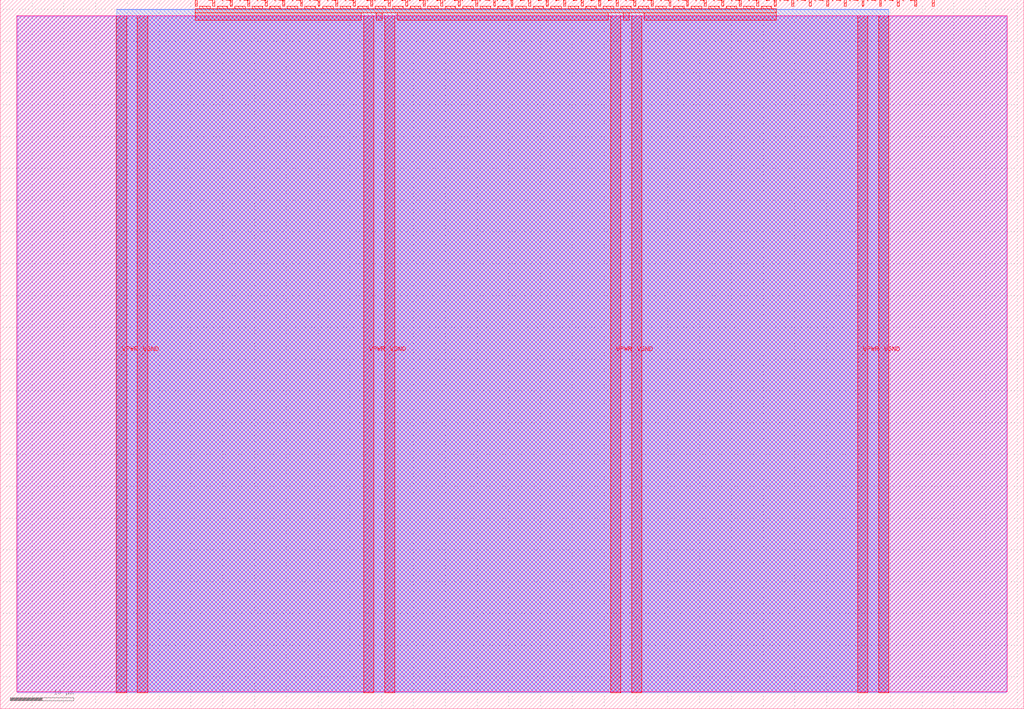
<source format=lef>
VERSION 5.7 ;
  NOWIREEXTENSIONATPIN ON ;
  DIVIDERCHAR "/" ;
  BUSBITCHARS "[]" ;
MACRO tt_um_wokwi_446363829539267585
  CLASS BLOCK ;
  FOREIGN tt_um_wokwi_446363829539267585 ;
  ORIGIN 0.000 0.000 ;
  SIZE 161.000 BY 111.520 ;
  PIN VGND
    DIRECTION INOUT ;
    USE GROUND ;
    PORT
      LAYER met4 ;
        RECT 21.580 2.480 23.180 109.040 ;
    END
    PORT
      LAYER met4 ;
        RECT 60.450 2.480 62.050 109.040 ;
    END
    PORT
      LAYER met4 ;
        RECT 99.320 2.480 100.920 109.040 ;
    END
    PORT
      LAYER met4 ;
        RECT 138.190 2.480 139.790 109.040 ;
    END
  END VGND
  PIN VPWR
    DIRECTION INOUT ;
    USE POWER ;
    PORT
      LAYER met4 ;
        RECT 18.280 2.480 19.880 109.040 ;
    END
    PORT
      LAYER met4 ;
        RECT 57.150 2.480 58.750 109.040 ;
    END
    PORT
      LAYER met4 ;
        RECT 96.020 2.480 97.620 109.040 ;
    END
    PORT
      LAYER met4 ;
        RECT 134.890 2.480 136.490 109.040 ;
    END
  END VPWR
  PIN clk
    DIRECTION INPUT ;
    USE SIGNAL ;
    PORT
      LAYER met4 ;
        RECT 143.830 110.520 144.130 111.520 ;
    END
  END clk
  PIN ena
    DIRECTION INPUT ;
    USE SIGNAL ;
    PORT
      LAYER met4 ;
        RECT 146.590 110.520 146.890 111.520 ;
    END
  END ena
  PIN rst_n
    DIRECTION INPUT ;
    USE SIGNAL ;
    PORT
      LAYER met4 ;
        RECT 141.070 110.520 141.370 111.520 ;
    END
  END rst_n
  PIN ui_in[0]
    DIRECTION INPUT ;
    USE SIGNAL ;
    PORT
      LAYER met4 ;
        RECT 138.310 110.520 138.610 111.520 ;
    END
  END ui_in[0]
  PIN ui_in[1]
    DIRECTION INPUT ;
    USE SIGNAL ;
    PORT
      LAYER met4 ;
        RECT 135.550 110.520 135.850 111.520 ;
    END
  END ui_in[1]
  PIN ui_in[2]
    DIRECTION INPUT ;
    USE SIGNAL ;
    PORT
      LAYER met4 ;
        RECT 132.790 110.520 133.090 111.520 ;
    END
  END ui_in[2]
  PIN ui_in[3]
    DIRECTION INPUT ;
    USE SIGNAL ;
    PORT
      LAYER met4 ;
        RECT 130.030 110.520 130.330 111.520 ;
    END
  END ui_in[3]
  PIN ui_in[4]
    DIRECTION INPUT ;
    USE SIGNAL ;
    PORT
      LAYER met4 ;
        RECT 127.270 110.520 127.570 111.520 ;
    END
  END ui_in[4]
  PIN ui_in[5]
    DIRECTION INPUT ;
    USE SIGNAL ;
    PORT
      LAYER met4 ;
        RECT 124.510 110.520 124.810 111.520 ;
    END
  END ui_in[5]
  PIN ui_in[6]
    DIRECTION INPUT ;
    USE SIGNAL ;
    ANTENNAGATEAREA 0.196500 ;
    PORT
      LAYER met4 ;
        RECT 121.750 110.520 122.050 111.520 ;
    END
  END ui_in[6]
  PIN ui_in[7]
    DIRECTION INPUT ;
    USE SIGNAL ;
    ANTENNAGATEAREA 0.196500 ;
    PORT
      LAYER met4 ;
        RECT 118.990 110.520 119.290 111.520 ;
    END
  END ui_in[7]
  PIN uio_in[0]
    DIRECTION INPUT ;
    USE SIGNAL ;
    PORT
      LAYER met4 ;
        RECT 116.230 110.520 116.530 111.520 ;
    END
  END uio_in[0]
  PIN uio_in[1]
    DIRECTION INPUT ;
    USE SIGNAL ;
    PORT
      LAYER met4 ;
        RECT 113.470 110.520 113.770 111.520 ;
    END
  END uio_in[1]
  PIN uio_in[2]
    DIRECTION INPUT ;
    USE SIGNAL ;
    PORT
      LAYER met4 ;
        RECT 110.710 110.520 111.010 111.520 ;
    END
  END uio_in[2]
  PIN uio_in[3]
    DIRECTION INPUT ;
    USE SIGNAL ;
    PORT
      LAYER met4 ;
        RECT 107.950 110.520 108.250 111.520 ;
    END
  END uio_in[3]
  PIN uio_in[4]
    DIRECTION INPUT ;
    USE SIGNAL ;
    PORT
      LAYER met4 ;
        RECT 105.190 110.520 105.490 111.520 ;
    END
  END uio_in[4]
  PIN uio_in[5]
    DIRECTION INPUT ;
    USE SIGNAL ;
    PORT
      LAYER met4 ;
        RECT 102.430 110.520 102.730 111.520 ;
    END
  END uio_in[5]
  PIN uio_in[6]
    DIRECTION INPUT ;
    USE SIGNAL ;
    PORT
      LAYER met4 ;
        RECT 99.670 110.520 99.970 111.520 ;
    END
  END uio_in[6]
  PIN uio_in[7]
    DIRECTION INPUT ;
    USE SIGNAL ;
    PORT
      LAYER met4 ;
        RECT 96.910 110.520 97.210 111.520 ;
    END
  END uio_in[7]
  PIN uio_oe[0]
    DIRECTION OUTPUT ;
    USE SIGNAL ;
    PORT
      LAYER met4 ;
        RECT 49.990 110.520 50.290 111.520 ;
    END
  END uio_oe[0]
  PIN uio_oe[1]
    DIRECTION OUTPUT ;
    USE SIGNAL ;
    PORT
      LAYER met4 ;
        RECT 47.230 110.520 47.530 111.520 ;
    END
  END uio_oe[1]
  PIN uio_oe[2]
    DIRECTION OUTPUT ;
    USE SIGNAL ;
    PORT
      LAYER met4 ;
        RECT 44.470 110.520 44.770 111.520 ;
    END
  END uio_oe[2]
  PIN uio_oe[3]
    DIRECTION OUTPUT ;
    USE SIGNAL ;
    PORT
      LAYER met4 ;
        RECT 41.710 110.520 42.010 111.520 ;
    END
  END uio_oe[3]
  PIN uio_oe[4]
    DIRECTION OUTPUT ;
    USE SIGNAL ;
    PORT
      LAYER met4 ;
        RECT 38.950 110.520 39.250 111.520 ;
    END
  END uio_oe[4]
  PIN uio_oe[5]
    DIRECTION OUTPUT ;
    USE SIGNAL ;
    PORT
      LAYER met4 ;
        RECT 36.190 110.520 36.490 111.520 ;
    END
  END uio_oe[5]
  PIN uio_oe[6]
    DIRECTION OUTPUT ;
    USE SIGNAL ;
    PORT
      LAYER met4 ;
        RECT 33.430 110.520 33.730 111.520 ;
    END
  END uio_oe[6]
  PIN uio_oe[7]
    DIRECTION OUTPUT ;
    USE SIGNAL ;
    PORT
      LAYER met4 ;
        RECT 30.670 110.520 30.970 111.520 ;
    END
  END uio_oe[7]
  PIN uio_out[0]
    DIRECTION OUTPUT ;
    USE SIGNAL ;
    PORT
      LAYER met4 ;
        RECT 72.070 110.520 72.370 111.520 ;
    END
  END uio_out[0]
  PIN uio_out[1]
    DIRECTION OUTPUT ;
    USE SIGNAL ;
    PORT
      LAYER met4 ;
        RECT 69.310 110.520 69.610 111.520 ;
    END
  END uio_out[1]
  PIN uio_out[2]
    DIRECTION OUTPUT ;
    USE SIGNAL ;
    PORT
      LAYER met4 ;
        RECT 66.550 110.520 66.850 111.520 ;
    END
  END uio_out[2]
  PIN uio_out[3]
    DIRECTION OUTPUT ;
    USE SIGNAL ;
    PORT
      LAYER met4 ;
        RECT 63.790 110.520 64.090 111.520 ;
    END
  END uio_out[3]
  PIN uio_out[4]
    DIRECTION OUTPUT ;
    USE SIGNAL ;
    PORT
      LAYER met4 ;
        RECT 61.030 110.520 61.330 111.520 ;
    END
  END uio_out[4]
  PIN uio_out[5]
    DIRECTION OUTPUT ;
    USE SIGNAL ;
    PORT
      LAYER met4 ;
        RECT 58.270 110.520 58.570 111.520 ;
    END
  END uio_out[5]
  PIN uio_out[6]
    DIRECTION OUTPUT ;
    USE SIGNAL ;
    PORT
      LAYER met4 ;
        RECT 55.510 110.520 55.810 111.520 ;
    END
  END uio_out[6]
  PIN uio_out[7]
    DIRECTION OUTPUT ;
    USE SIGNAL ;
    PORT
      LAYER met4 ;
        RECT 52.750 110.520 53.050 111.520 ;
    END
  END uio_out[7]
  PIN uo_out[0]
    DIRECTION OUTPUT ;
    USE SIGNAL ;
    PORT
      LAYER met4 ;
        RECT 94.150 110.520 94.450 111.520 ;
    END
  END uo_out[0]
  PIN uo_out[1]
    DIRECTION OUTPUT ;
    USE SIGNAL ;
    PORT
      LAYER met4 ;
        RECT 91.390 110.520 91.690 111.520 ;
    END
  END uo_out[1]
  PIN uo_out[2]
    DIRECTION OUTPUT ;
    USE SIGNAL ;
    PORT
      LAYER met4 ;
        RECT 88.630 110.520 88.930 111.520 ;
    END
  END uo_out[2]
  PIN uo_out[3]
    DIRECTION OUTPUT ;
    USE SIGNAL ;
    PORT
      LAYER met4 ;
        RECT 85.870 110.520 86.170 111.520 ;
    END
  END uo_out[3]
  PIN uo_out[4]
    DIRECTION OUTPUT ;
    USE SIGNAL ;
    PORT
      LAYER met4 ;
        RECT 83.110 110.520 83.410 111.520 ;
    END
  END uo_out[4]
  PIN uo_out[5]
    DIRECTION OUTPUT ;
    USE SIGNAL ;
    ANTENNADIFFAREA 0.445500 ;
    PORT
      LAYER met4 ;
        RECT 80.350 110.520 80.650 111.520 ;
    END
  END uo_out[5]
  PIN uo_out[6]
    DIRECTION OUTPUT ;
    USE SIGNAL ;
    ANTENNADIFFAREA 0.445500 ;
    PORT
      LAYER met4 ;
        RECT 77.590 110.520 77.890 111.520 ;
    END
  END uo_out[6]
  PIN uo_out[7]
    DIRECTION OUTPUT ;
    USE SIGNAL ;
    ANTENNADIFFAREA 0.445500 ;
    PORT
      LAYER met4 ;
        RECT 74.830 110.520 75.130 111.520 ;
    END
  END uo_out[7]
  OBS
      LAYER nwell ;
        RECT 2.570 2.635 158.430 108.990 ;
      LAYER li1 ;
        RECT 2.760 2.635 158.240 108.885 ;
      LAYER met1 ;
        RECT 2.760 2.480 158.240 109.040 ;
      LAYER met2 ;
        RECT 18.310 2.535 139.760 110.005 ;
      LAYER met3 ;
        RECT 18.290 2.555 139.780 109.985 ;
      LAYER met4 ;
        RECT 31.370 110.120 33.030 110.520 ;
        RECT 34.130 110.120 35.790 110.520 ;
        RECT 36.890 110.120 38.550 110.520 ;
        RECT 39.650 110.120 41.310 110.520 ;
        RECT 42.410 110.120 44.070 110.520 ;
        RECT 45.170 110.120 46.830 110.520 ;
        RECT 47.930 110.120 49.590 110.520 ;
        RECT 50.690 110.120 52.350 110.520 ;
        RECT 53.450 110.120 55.110 110.520 ;
        RECT 56.210 110.120 57.870 110.520 ;
        RECT 58.970 110.120 60.630 110.520 ;
        RECT 61.730 110.120 63.390 110.520 ;
        RECT 64.490 110.120 66.150 110.520 ;
        RECT 67.250 110.120 68.910 110.520 ;
        RECT 70.010 110.120 71.670 110.520 ;
        RECT 72.770 110.120 74.430 110.520 ;
        RECT 75.530 110.120 77.190 110.520 ;
        RECT 78.290 110.120 79.950 110.520 ;
        RECT 81.050 110.120 82.710 110.520 ;
        RECT 83.810 110.120 85.470 110.520 ;
        RECT 86.570 110.120 88.230 110.520 ;
        RECT 89.330 110.120 90.990 110.520 ;
        RECT 92.090 110.120 93.750 110.520 ;
        RECT 94.850 110.120 96.510 110.520 ;
        RECT 97.610 110.120 99.270 110.520 ;
        RECT 100.370 110.120 102.030 110.520 ;
        RECT 103.130 110.120 104.790 110.520 ;
        RECT 105.890 110.120 107.550 110.520 ;
        RECT 108.650 110.120 110.310 110.520 ;
        RECT 111.410 110.120 113.070 110.520 ;
        RECT 114.170 110.120 115.830 110.520 ;
        RECT 116.930 110.120 118.590 110.520 ;
        RECT 119.690 110.120 121.350 110.520 ;
        RECT 30.655 109.440 122.065 110.120 ;
        RECT 30.655 108.295 56.750 109.440 ;
        RECT 59.150 108.295 60.050 109.440 ;
        RECT 62.450 108.295 95.620 109.440 ;
        RECT 98.020 108.295 98.920 109.440 ;
        RECT 101.320 108.295 122.065 109.440 ;
  END
END tt_um_wokwi_446363829539267585
END LIBRARY


</source>
